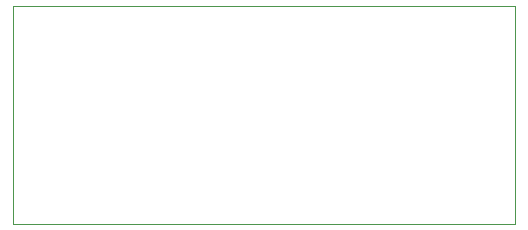
<source format=gbr>
%TF.GenerationSoftware,KiCad,Pcbnew,8.0.6*%
%TF.CreationDate,2025-01-20T01:55:33+01:00*%
%TF.ProjectId,Thermometer_CD_Project,54686572-6d6f-46d6-9574-65725f43445f,rev?*%
%TF.SameCoordinates,Original*%
%TF.FileFunction,Profile,NP*%
%FSLAX46Y46*%
G04 Gerber Fmt 4.6, Leading zero omitted, Abs format (unit mm)*
G04 Created by KiCad (PCBNEW 8.0.6) date 2025-01-20 01:55:33*
%MOMM*%
%LPD*%
G01*
G04 APERTURE LIST*
%TA.AperFunction,Profile*%
%ADD10C,0.050000*%
%TD*%
G04 APERTURE END LIST*
D10*
X138200000Y-82500000D02*
X180700000Y-82500000D01*
X180700000Y-101000000D01*
X138200000Y-101000000D01*
X138200000Y-82500000D01*
M02*

</source>
